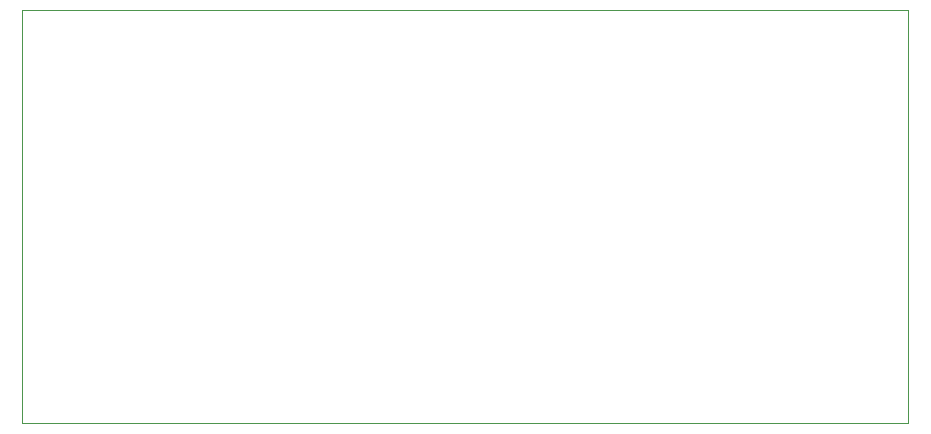
<source format=gm1>
G04 #@! TF.GenerationSoftware,KiCad,Pcbnew,(6.0.0)*
G04 #@! TF.CreationDate,2022-02-06T13:52:44+09:00*
G04 #@! TF.ProjectId,mt_signallevelconv,6d745f73-6967-46e6-916c-6c6576656c63,0.1*
G04 #@! TF.SameCoordinates,Original*
G04 #@! TF.FileFunction,Profile,NP*
%FSLAX46Y46*%
G04 Gerber Fmt 4.6, Leading zero omitted, Abs format (unit mm)*
G04 Created by KiCad (PCBNEW (6.0.0)) date 2022-02-06 13:52:44*
%MOMM*%
%LPD*%
G01*
G04 APERTURE LIST*
G04 #@! TA.AperFunction,Profile*
%ADD10C,0.050000*%
G04 #@! TD*
G04 APERTURE END LIST*
D10*
X50000000Y-50000000D02*
X125000000Y-50000000D01*
X125000000Y-50000000D02*
X125000000Y-85000000D01*
X125000000Y-85000000D02*
X50000000Y-85000000D01*
X50000000Y-85000000D02*
X50000000Y-50000000D01*
M02*

</source>
